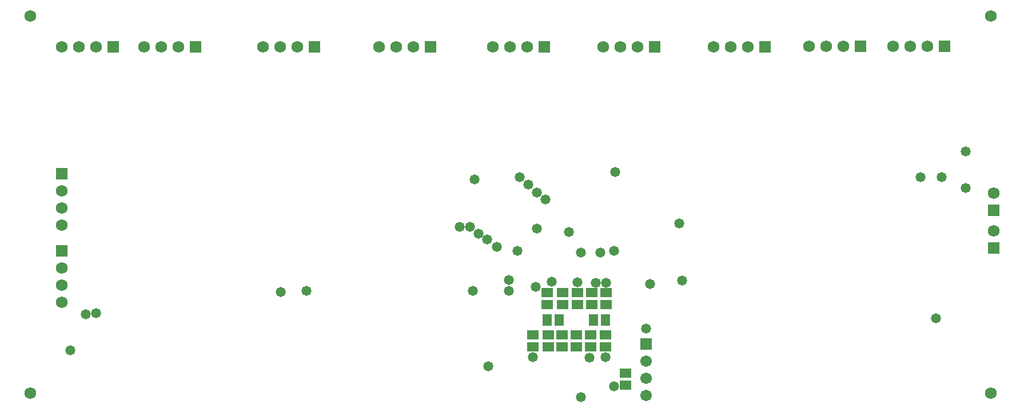
<source format=gbs>
G04 Layer_Color=16711935*
%FSLAX25Y25*%
%MOIN*%
G70*
G01*
G75*
%ADD41R,0.06509X0.05328*%
%ADD50C,0.06706*%
%ADD51R,0.06706X0.06706*%
%ADD52C,0.06800*%
%ADD53R,0.06800X0.06800*%
%ADD54R,0.06800X0.06800*%
%ADD55C,0.05800*%
%ADD56R,0.05328X0.06509*%
D41*
X467000Y264457D02*
D03*
Y271543D02*
D03*
X413000Y286957D02*
D03*
Y294043D02*
D03*
X422000Y286957D02*
D03*
Y294043D02*
D03*
X430000Y286957D02*
D03*
Y294043D02*
D03*
X438500Y286957D02*
D03*
Y294043D02*
D03*
X446842Y286957D02*
D03*
Y294043D02*
D03*
X455500Y286957D02*
D03*
Y294043D02*
D03*
X421500Y318543D02*
D03*
Y311457D02*
D03*
X430500Y318543D02*
D03*
Y311457D02*
D03*
X439000Y318543D02*
D03*
Y311457D02*
D03*
X455685Y318543D02*
D03*
Y311457D02*
D03*
X447500Y318543D02*
D03*
Y311457D02*
D03*
D50*
X479000Y258500D02*
D03*
Y268500D02*
D03*
Y278500D02*
D03*
D51*
Y288500D02*
D03*
D52*
X681768Y376500D02*
D03*
Y354500D02*
D03*
X643000Y462240D02*
D03*
X633000D02*
D03*
X623000D02*
D03*
X594000D02*
D03*
X584000D02*
D03*
X574000D02*
D03*
X538500Y461740D02*
D03*
X528500D02*
D03*
X518500D02*
D03*
X474000D02*
D03*
X464000D02*
D03*
X454000D02*
D03*
X409760D02*
D03*
X399760D02*
D03*
X389760D02*
D03*
X343500D02*
D03*
X333500D02*
D03*
X323500D02*
D03*
X275760D02*
D03*
X265760D02*
D03*
X255760D02*
D03*
X206500D02*
D03*
X196500D02*
D03*
X186500D02*
D03*
X158500Y461740D02*
D03*
X148500D02*
D03*
X138500D02*
D03*
Y333000D02*
D03*
Y323000D02*
D03*
Y313000D02*
D03*
Y378000D02*
D03*
Y368000D02*
D03*
Y358000D02*
D03*
X120000Y480000D02*
D03*
Y260000D02*
D03*
X680000D02*
D03*
Y480000D02*
D03*
D53*
X681768Y366500D02*
D03*
Y344500D02*
D03*
X138500Y343000D02*
D03*
Y388000D02*
D03*
D54*
X653000Y462240D02*
D03*
X604000D02*
D03*
X548500Y461740D02*
D03*
X484000D02*
D03*
X419760D02*
D03*
X353500D02*
D03*
X285760D02*
D03*
X216500D02*
D03*
X168500Y461740D02*
D03*
D55*
X460252Y342752D02*
D03*
X479000Y297500D02*
D03*
X452500Y342000D02*
D03*
X460500Y264000D02*
D03*
X370500Y357000D02*
D03*
X420500Y373000D02*
D03*
X415500Y377000D02*
D03*
X410500Y381500D02*
D03*
X391887Y345204D02*
D03*
X386500Y349500D02*
D03*
X381500Y353000D02*
D03*
X500000Y325500D02*
D03*
X441000Y342000D02*
D03*
X404043Y342957D02*
D03*
X651500Y386000D02*
D03*
X639000D02*
D03*
X461000Y389000D02*
D03*
X415500Y356000D02*
D03*
X405500Y386000D02*
D03*
X376500Y357000D02*
D03*
X266000Y319000D02*
D03*
X281000Y319500D02*
D03*
X378000D02*
D03*
X399000D02*
D03*
X481303Y323697D02*
D03*
X498500Y359000D02*
D03*
X665500Y379500D02*
D03*
Y401000D02*
D03*
X158500Y306500D02*
D03*
X152500Y306000D02*
D03*
X143500Y285000D02*
D03*
X446000Y280500D02*
D03*
X455500Y281000D02*
D03*
X399000Y326000D02*
D03*
X387043Y275457D02*
D03*
X413000Y281000D02*
D03*
X414772Y321728D02*
D03*
X424043Y325000D02*
D03*
X439000Y324500D02*
D03*
X455685Y324315D02*
D03*
X449780Y324307D02*
D03*
X434000Y354000D02*
D03*
X379000Y384500D02*
D03*
X441000Y257500D02*
D03*
X648000Y303500D02*
D03*
D56*
X455543Y302500D02*
D03*
X448457D02*
D03*
X421457Y302500D02*
D03*
X428543D02*
D03*
M02*

</source>
